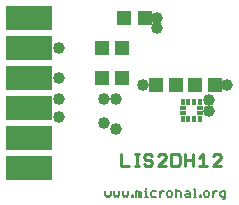
<source format=gts>
G75*
%MOIN*%
%OFA0B0*%
%FSLAX25Y25*%
%IPPOS*%
%LPD*%
%AMOC8*
5,1,8,0,0,1.08239X$1,22.5*
%
%ADD10C,0.00600*%
%ADD11C,0.00900*%
%ADD12R,0.04934X0.05052*%
%ADD13R,0.15800X0.08400*%
%ADD14R,0.04737X0.05131*%
%ADD15R,0.01784X0.02178*%
%ADD16R,0.02178X0.01784*%
%ADD17C,0.03975*%
D10*
X0045800Y0007534D02*
X0046234Y0007100D01*
X0046667Y0007534D01*
X0047101Y0007100D01*
X0047535Y0007534D01*
X0047535Y0008835D01*
X0048747Y0008835D02*
X0048747Y0007534D01*
X0049180Y0007100D01*
X0049614Y0007534D01*
X0050048Y0007100D01*
X0050481Y0007534D01*
X0050481Y0008835D01*
X0051693Y0008835D02*
X0051693Y0007534D01*
X0052127Y0007100D01*
X0052560Y0007534D01*
X0052994Y0007100D01*
X0053428Y0007534D01*
X0053428Y0008835D01*
X0054640Y0007534D02*
X0055073Y0007534D01*
X0055073Y0007100D01*
X0054640Y0007100D01*
X0054640Y0007534D01*
X0056113Y0007100D02*
X0056113Y0008835D01*
X0056547Y0008835D01*
X0056980Y0008401D01*
X0057414Y0008835D01*
X0057848Y0008401D01*
X0057848Y0007100D01*
X0056980Y0007100D02*
X0056980Y0008401D01*
X0059059Y0008835D02*
X0059493Y0008835D01*
X0059493Y0007100D01*
X0059059Y0007100D02*
X0059927Y0007100D01*
X0061024Y0007534D02*
X0061024Y0008401D01*
X0061457Y0008835D01*
X0062758Y0008835D01*
X0063970Y0008835D02*
X0063970Y0007100D01*
X0063970Y0007967D02*
X0064838Y0008835D01*
X0065271Y0008835D01*
X0066426Y0008401D02*
X0066426Y0007534D01*
X0066859Y0007100D01*
X0067727Y0007100D01*
X0068160Y0007534D01*
X0068160Y0008401D01*
X0067727Y0008835D01*
X0066859Y0008835D01*
X0066426Y0008401D01*
X0069372Y0008401D02*
X0069806Y0008835D01*
X0070673Y0008835D01*
X0071107Y0008401D01*
X0071107Y0007100D01*
X0072319Y0007534D02*
X0072752Y0007967D01*
X0074053Y0007967D01*
X0074053Y0008401D02*
X0074053Y0007100D01*
X0072752Y0007100D01*
X0072319Y0007534D01*
X0072752Y0008835D02*
X0073620Y0008835D01*
X0074053Y0008401D01*
X0075265Y0007100D02*
X0076133Y0007100D01*
X0075699Y0007100D02*
X0075699Y0009702D01*
X0075265Y0009702D01*
X0077230Y0007534D02*
X0077663Y0007534D01*
X0077663Y0007100D01*
X0077230Y0007100D01*
X0077230Y0007534D01*
X0078703Y0007534D02*
X0079136Y0007100D01*
X0080004Y0007100D01*
X0080438Y0007534D01*
X0080438Y0008401D01*
X0080004Y0008835D01*
X0079136Y0008835D01*
X0078703Y0008401D01*
X0078703Y0007534D01*
X0081649Y0007967D02*
X0082517Y0008835D01*
X0082950Y0008835D01*
X0081649Y0008835D02*
X0081649Y0007100D01*
X0084105Y0007534D02*
X0084538Y0007100D01*
X0085840Y0007100D01*
X0085840Y0006666D02*
X0085840Y0008835D01*
X0084538Y0008835D01*
X0084105Y0008401D01*
X0084105Y0007534D01*
X0084972Y0006233D02*
X0085406Y0006233D01*
X0085840Y0006666D01*
X0069372Y0007100D02*
X0069372Y0009702D01*
X0062758Y0007100D02*
X0061457Y0007100D01*
X0061024Y0007534D01*
X0059493Y0009702D02*
X0059493Y0010136D01*
X0045800Y0008835D02*
X0045800Y0007534D01*
D11*
X0050950Y0017250D02*
X0053686Y0017250D01*
X0055554Y0017250D02*
X0056922Y0017250D01*
X0056238Y0017250D02*
X0056238Y0021354D01*
X0055554Y0021354D02*
X0056922Y0021354D01*
X0058623Y0020670D02*
X0058623Y0019986D01*
X0059307Y0019302D01*
X0060675Y0019302D01*
X0061359Y0018618D01*
X0061359Y0017934D01*
X0060675Y0017250D01*
X0059307Y0017250D01*
X0058623Y0017934D01*
X0058623Y0020670D02*
X0059307Y0021354D01*
X0060675Y0021354D01*
X0061359Y0020670D01*
X0063227Y0020670D02*
X0063911Y0021354D01*
X0065279Y0021354D01*
X0065963Y0020670D01*
X0065963Y0019986D01*
X0063227Y0017250D01*
X0065963Y0017250D01*
X0067831Y0017250D02*
X0069883Y0017250D01*
X0070567Y0017934D01*
X0070567Y0020670D01*
X0069883Y0021354D01*
X0067831Y0021354D01*
X0067831Y0017250D01*
X0072435Y0017250D02*
X0072435Y0021354D01*
X0072435Y0019302D02*
X0075171Y0019302D01*
X0077039Y0019986D02*
X0078407Y0021354D01*
X0078407Y0017250D01*
X0077039Y0017250D02*
X0079775Y0017250D01*
X0081643Y0017250D02*
X0084378Y0019986D01*
X0084378Y0020670D01*
X0083695Y0021354D01*
X0082327Y0021354D01*
X0081643Y0020670D01*
X0081643Y0017250D02*
X0084378Y0017250D01*
X0075171Y0017250D02*
X0075171Y0021354D01*
X0050950Y0021354D02*
X0050950Y0017250D01*
D12*
X0062555Y0044300D03*
X0069445Y0044300D03*
X0075555Y0044300D03*
X0082445Y0044300D03*
X0058945Y0066800D03*
X0052055Y0066800D03*
D13*
X0020500Y0016800D03*
X0020500Y0026800D03*
X0020500Y0036800D03*
X0020500Y0046800D03*
X0020500Y0056800D03*
X0020500Y0066800D03*
D14*
X0044654Y0056800D03*
X0051346Y0056800D03*
X0051346Y0046800D03*
X0044654Y0046800D03*
D15*
X0071547Y0038654D03*
X0073516Y0038654D03*
X0075484Y0038654D03*
X0077453Y0038654D03*
X0077453Y0032946D03*
X0075484Y0032946D03*
X0073516Y0032946D03*
X0071547Y0032946D03*
D16*
X0071646Y0034816D03*
X0071646Y0036784D03*
X0077354Y0036784D03*
X0077354Y0034816D03*
D17*
X0080500Y0035800D03*
X0080500Y0039300D03*
X0086500Y0044300D03*
X0063000Y0063300D03*
X0063000Y0066800D03*
X0058500Y0044300D03*
X0049500Y0039800D03*
X0045500Y0039800D03*
X0045500Y0031800D03*
X0049500Y0029800D03*
X0030500Y0033800D03*
X0030500Y0039800D03*
X0030500Y0046800D03*
X0030500Y0056800D03*
M02*

</source>
